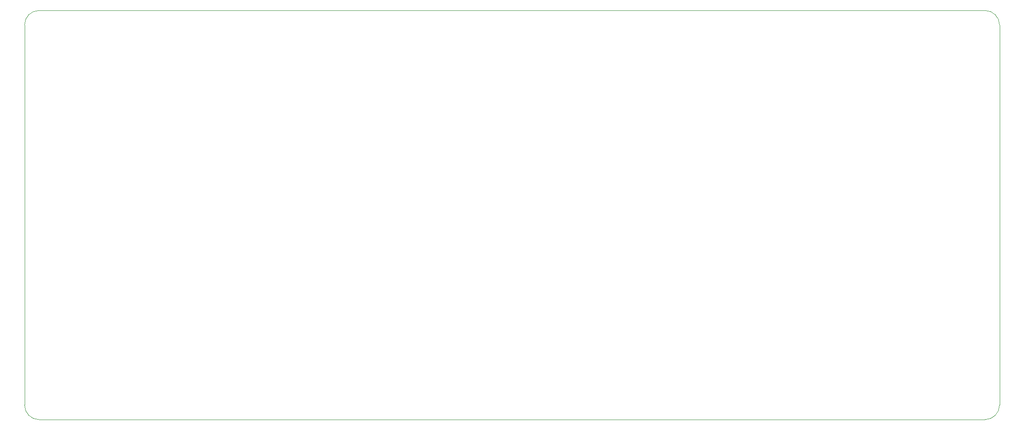
<source format=gbr>
%TF.GenerationSoftware,KiCad,Pcbnew,8.0.7*%
%TF.CreationDate,2024-12-13T12:37:35-07:00*%
%TF.ProjectId,tabesco-48,74616265-7363-46f2-9d34-382e6b696361,rev?*%
%TF.SameCoordinates,Original*%
%TF.FileFunction,Profile,NP*%
%FSLAX46Y46*%
G04 Gerber Fmt 4.6, Leading zero omitted, Abs format (unit mm)*
G04 Created by KiCad (PCBNEW 8.0.7) date 2024-12-13 12:37:35*
%MOMM*%
%LPD*%
G01*
G04 APERTURE LIST*
%TA.AperFunction,Profile*%
%ADD10C,0.050000*%
%TD*%
G04 APERTURE END LIST*
D10*
X44766500Y-40187000D02*
X44766500Y-114482000D01*
X47624000Y-117339500D02*
X232409000Y-117339500D01*
X235266500Y-114482000D02*
G75*
G02*
X232409000Y-117339500I-2857500J0D01*
G01*
X235266500Y-40187000D02*
X235266500Y-114482000D01*
X47624000Y-117339500D02*
G75*
G02*
X44766500Y-114482000I0J2857500D01*
G01*
X44766500Y-40187000D02*
G75*
G02*
X47624000Y-37329500I2857500J0D01*
G01*
X232409000Y-37329500D02*
G75*
G02*
X235266500Y-40187000I0J-2857500D01*
G01*
X232409000Y-37329500D02*
X47624000Y-37329500D01*
M02*

</source>
